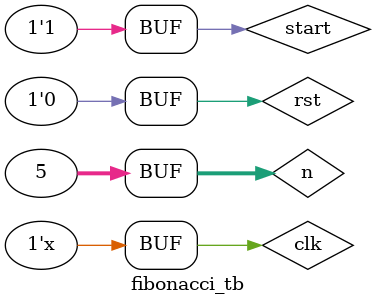
<source format=v>
module fibonacci_tb;

reg clk;

reg rst;

reg start;

integer n;

wire [7:0] fib;

initial begin

#10 rst = 1;

#20 rst = 0;

#10 start = 1;

n = 5;

repeat(100) #1 clk = ~clk;

clk = 1;

$monitor($time,"fib=%b",fib);

end

always #5 clk = ~clk;

endmodule
</source>
